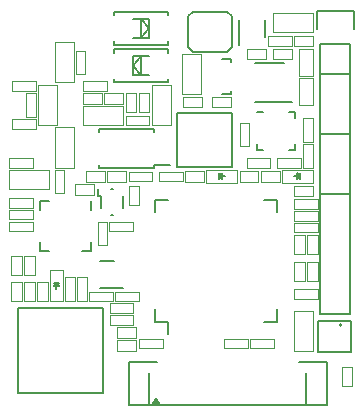
<source format=gto>
G04 #@! TF.FileFunction,Legend,Top*
%FSLAX46Y46*%
G04 Gerber Fmt 4.6, Leading zero omitted, Abs format (unit mm)*
G04 Created by KiCad (PCBNEW 4.0.2+dfsg1-stable) date Di 23 Mai 2017 03:16:38 CEST*
%MOMM*%
G01*
G04 APERTURE LIST*
%ADD10C,0.100000*%
%ADD11C,0.150000*%
%ADD12C,0.200000*%
G04 APERTURE END LIST*
D10*
D11*
X76327000Y-106680000D02*
X73850500Y-106680000D01*
X76327000Y-101600000D02*
X73850500Y-101600000D01*
X76327000Y-96520000D02*
X73850500Y-96520000D01*
D12*
X57600000Y-124500000D02*
X74400000Y-124500000D01*
X74400000Y-120900000D02*
X74400000Y-124500000D01*
X57600000Y-120900000D02*
X57600000Y-124500000D01*
X72000000Y-120900000D02*
X74400000Y-120900000D01*
X57600000Y-120900000D02*
X60000000Y-120900000D01*
X72650000Y-121800000D02*
X72650000Y-124500000D01*
X59950000Y-124000000D02*
X60150000Y-124500000D01*
X59950000Y-124000000D02*
X59750000Y-124500000D01*
X59950000Y-124000000D02*
X59950000Y-124500000D01*
X59950000Y-124000000D02*
X60300000Y-124500000D01*
X59600000Y-124500000D02*
X59950000Y-124000000D01*
X59350000Y-121800000D02*
X59350000Y-123200000D01*
X59350000Y-124500000D02*
X59350000Y-123200000D01*
X55300000Y-123500000D02*
X55400000Y-123500000D01*
X55400000Y-123500000D02*
X55400000Y-123400000D01*
X48200000Y-123400000D02*
X48200000Y-123500000D01*
X48200000Y-123500000D02*
X48300000Y-123500000D01*
X48200000Y-116400000D02*
X48200000Y-116300000D01*
X48200000Y-116300000D02*
X48300000Y-116300000D01*
X55400000Y-116400000D02*
X55400000Y-116300000D01*
X55400000Y-116300000D02*
X55300000Y-116300000D01*
X48300000Y-123500000D02*
X55300000Y-123500000D01*
X55400000Y-123400000D02*
X55400000Y-116400000D01*
X55300000Y-116300000D02*
X48300000Y-116300000D01*
X48200000Y-116400000D02*
X48200000Y-123400000D01*
D11*
X66250240Y-97999160D02*
X66250240Y-97950900D01*
X65549200Y-95200180D02*
X66250240Y-95200180D01*
X66250240Y-95200180D02*
X66250240Y-95449100D01*
X66250240Y-97999160D02*
X66250240Y-98199820D01*
X66250240Y-98199820D02*
X65549200Y-98199820D01*
D10*
X73600000Y-115500000D02*
X71600000Y-115500000D01*
X71600000Y-115500000D02*
X71600000Y-114700000D01*
X71600000Y-114700000D02*
X73600000Y-114700000D01*
X73600000Y-114700000D02*
X73600000Y-115500000D01*
X55350000Y-99000000D02*
X53750000Y-99000000D01*
X53750000Y-99000000D02*
X53750000Y-98100000D01*
X53750000Y-98100000D02*
X55350000Y-98100000D01*
X55350000Y-98100000D02*
X55350000Y-99000000D01*
D11*
X59350000Y-96600000D02*
X57950000Y-96600000D01*
X57950000Y-95000000D02*
X59350000Y-95000000D01*
X57950000Y-95800000D02*
X58650000Y-96600000D01*
X58650000Y-95000000D02*
X57950000Y-95800000D01*
X58650000Y-96600000D02*
X58650000Y-95000000D01*
X57950000Y-95000000D02*
X57950000Y-96600000D01*
X56350000Y-97200000D02*
X60950000Y-97200000D01*
X60950000Y-94400000D02*
X56350000Y-94400000D01*
X60950000Y-94700000D02*
X60950000Y-94400000D01*
X60950000Y-97200000D02*
X60950000Y-96900000D01*
X56350000Y-94400000D02*
X56350000Y-94700000D01*
X56350000Y-97200000D02*
X56350000Y-96900000D01*
D10*
X63850000Y-99300000D02*
X62250000Y-99300000D01*
X62250000Y-99300000D02*
X62250000Y-98400000D01*
X62250000Y-98400000D02*
X63850000Y-98400000D01*
X63850000Y-98400000D02*
X63850000Y-99300000D01*
D11*
X71725000Y-99675000D02*
X71725000Y-100175000D01*
X68475000Y-102925000D02*
X68475000Y-102425000D01*
X71725000Y-102925000D02*
X71725000Y-102425000D01*
X68475000Y-99675000D02*
X68975000Y-99675000D01*
X68475000Y-102925000D02*
X68975000Y-102925000D01*
X71725000Y-102925000D02*
X71225000Y-102925000D01*
X71725000Y-99675000D02*
X71225000Y-99675000D01*
D10*
X67800000Y-100600000D02*
X67800000Y-102600000D01*
X67800000Y-102600000D02*
X67000000Y-102600000D01*
X67000000Y-102600000D02*
X67000000Y-100600000D01*
X67000000Y-100600000D02*
X67800000Y-100600000D01*
D11*
X55000000Y-106800000D02*
X55000000Y-106200000D01*
X55300000Y-106800000D02*
X55000000Y-106800000D01*
X57100000Y-106800000D02*
X57100000Y-107800000D01*
X55300000Y-106800000D02*
X55300000Y-107800000D01*
X56300000Y-108400000D02*
X56100000Y-108400000D01*
X56100000Y-106200000D02*
X56300000Y-106200000D01*
D10*
X71600000Y-119950000D02*
X73200000Y-119950000D01*
X73200000Y-119950000D02*
X73200000Y-116550000D01*
X73200000Y-116550000D02*
X71600000Y-116550000D01*
X71600000Y-116550000D02*
X71600000Y-119950000D01*
X57350000Y-99700000D02*
X57350000Y-98100000D01*
X57350000Y-98100000D02*
X58250000Y-98100000D01*
X58250000Y-98100000D02*
X58250000Y-99700000D01*
X58250000Y-99700000D02*
X57350000Y-99700000D01*
D11*
X54400000Y-111500000D02*
X53625000Y-111500000D01*
X50100000Y-107200000D02*
X50875000Y-107200000D01*
X50100000Y-111500000D02*
X50875000Y-111500000D01*
X54400000Y-107200000D02*
X54400000Y-107975000D01*
X50100000Y-107200000D02*
X50100000Y-107975000D01*
X50100000Y-111500000D02*
X50100000Y-110725000D01*
X54400000Y-111500000D02*
X54400000Y-110725000D01*
D10*
X52250000Y-115700000D02*
X52250000Y-113700000D01*
X52250000Y-113700000D02*
X53050000Y-113700000D01*
X53050000Y-113700000D02*
X53050000Y-115700000D01*
X53050000Y-115700000D02*
X52250000Y-115700000D01*
X54700000Y-106700000D02*
X53100000Y-106700000D01*
X53100000Y-106700000D02*
X53100000Y-105800000D01*
X53100000Y-105800000D02*
X54700000Y-105800000D01*
X54700000Y-105800000D02*
X54700000Y-106700000D01*
X73200000Y-94350000D02*
X73200000Y-96650000D01*
X73200000Y-96650000D02*
X72000000Y-96650000D01*
X72000000Y-96650000D02*
X72000000Y-94350000D01*
X72000000Y-94350000D02*
X73200000Y-94350000D01*
X56450000Y-114900000D02*
X58450000Y-114900000D01*
X58450000Y-114900000D02*
X58450000Y-115700000D01*
X58450000Y-115700000D02*
X56450000Y-115700000D01*
X56450000Y-115700000D02*
X56450000Y-114900000D01*
D11*
X59725000Y-104425000D02*
X59725000Y-104225000D01*
X55075000Y-104425000D02*
X55075000Y-104225000D01*
X55075000Y-101175000D02*
X55075000Y-101375000D01*
X59725000Y-101175000D02*
X59725000Y-101375000D01*
X59725000Y-104425000D02*
X55075000Y-104425000D01*
X59725000Y-101175000D02*
X55075000Y-101175000D01*
X59725000Y-104225000D02*
X61075000Y-104225000D01*
D10*
X55950000Y-109000000D02*
X57950000Y-109000000D01*
X57950000Y-109000000D02*
X57950000Y-109800000D01*
X57950000Y-109800000D02*
X55950000Y-109800000D01*
X55950000Y-109800000D02*
X55950000Y-109000000D01*
D11*
X75620711Y-117725000D02*
G75*
G03X75620711Y-117725000I-70711J0D01*
G01*
D12*
X73650000Y-117500000D02*
X73650000Y-120000000D01*
X73650000Y-120000000D02*
X76450000Y-120000000D01*
X76450000Y-120000000D02*
X76450000Y-117500000D01*
X76450000Y-117500000D02*
X76450000Y-117400000D01*
X76450000Y-117400000D02*
X73650000Y-117400000D01*
X73650000Y-117400000D02*
X73650000Y-117500000D01*
D10*
X57600000Y-107600000D02*
X57600000Y-106000000D01*
X57600000Y-106000000D02*
X58500000Y-106000000D01*
X58500000Y-106000000D02*
X58500000Y-107600000D01*
X58500000Y-107600000D02*
X57600000Y-107600000D01*
X71600000Y-93250000D02*
X73200000Y-93250000D01*
X73200000Y-93250000D02*
X73200000Y-94150000D01*
X73200000Y-94150000D02*
X71600000Y-94150000D01*
X71600000Y-94150000D02*
X71600000Y-93250000D01*
X69400000Y-93300000D02*
X71400000Y-93300000D01*
X71400000Y-93300000D02*
X71400000Y-94100000D01*
X71400000Y-94100000D02*
X69400000Y-94100000D01*
X69400000Y-94100000D02*
X69400000Y-93300000D01*
X53750000Y-99200000D02*
X53750000Y-100800000D01*
X53750000Y-100800000D02*
X57150000Y-100800000D01*
X57150000Y-100800000D02*
X57150000Y-99200000D01*
X57150000Y-99200000D02*
X53750000Y-99200000D01*
D11*
X70725000Y-95550000D02*
X68275000Y-95550000D01*
X71450000Y-98850000D02*
X68275000Y-98850000D01*
D10*
X57350000Y-100000000D02*
X59350000Y-100000000D01*
X59350000Y-100000000D02*
X59350000Y-100800000D01*
X59350000Y-100800000D02*
X57350000Y-100800000D01*
X57350000Y-100800000D02*
X57350000Y-100000000D01*
X58450000Y-99700000D02*
X58450000Y-98100000D01*
X58450000Y-98100000D02*
X59350000Y-98100000D01*
X59350000Y-98100000D02*
X59350000Y-99700000D01*
X59350000Y-99700000D02*
X58450000Y-99700000D01*
X49500000Y-108800000D02*
X47500000Y-108800000D01*
X47500000Y-108800000D02*
X47500000Y-108000000D01*
X47500000Y-108000000D02*
X49500000Y-108000000D01*
X49500000Y-108000000D02*
X49500000Y-108800000D01*
X67700000Y-119700000D02*
X65700000Y-119700000D01*
X65700000Y-119700000D02*
X65700000Y-118900000D01*
X65700000Y-118900000D02*
X67700000Y-118900000D01*
X67700000Y-118900000D02*
X67700000Y-119700000D01*
X49650000Y-111900000D02*
X49650000Y-113500000D01*
X49650000Y-113500000D02*
X48750000Y-113500000D01*
X48750000Y-113500000D02*
X48750000Y-111900000D01*
X48750000Y-111900000D02*
X49650000Y-111900000D01*
X68600000Y-105600000D02*
X67000000Y-105600000D01*
X67000000Y-105600000D02*
X67000000Y-104700000D01*
X67000000Y-104700000D02*
X68600000Y-104700000D01*
X68600000Y-104700000D02*
X68600000Y-105600000D01*
X57600000Y-104750000D02*
X59600000Y-104750000D01*
X59600000Y-104750000D02*
X59600000Y-105550000D01*
X59600000Y-105550000D02*
X57600000Y-105550000D01*
X57600000Y-105550000D02*
X57600000Y-104750000D01*
X48550000Y-114100000D02*
X48550000Y-115700000D01*
X48550000Y-115700000D02*
X47650000Y-115700000D01*
X47650000Y-115700000D02*
X47650000Y-114100000D01*
X47650000Y-114100000D02*
X48550000Y-114100000D01*
X50750000Y-114100000D02*
X50750000Y-115700000D01*
X50750000Y-115700000D02*
X49850000Y-115700000D01*
X49850000Y-115700000D02*
X49850000Y-114100000D01*
X49850000Y-114100000D02*
X50750000Y-114100000D01*
X48550000Y-111900000D02*
X48550000Y-113500000D01*
X48550000Y-113500000D02*
X47650000Y-113500000D01*
X47650000Y-113500000D02*
X47650000Y-111900000D01*
X47650000Y-111900000D02*
X48550000Y-111900000D01*
D11*
X69150000Y-93325000D02*
X69150000Y-91875000D01*
X66950000Y-94050000D02*
X66950000Y-91875000D01*
D10*
X55750000Y-97900000D02*
X53750000Y-97900000D01*
X53750000Y-97900000D02*
X53750000Y-97100000D01*
X53750000Y-97100000D02*
X55750000Y-97100000D01*
X55750000Y-97100000D02*
X55750000Y-97900000D01*
X69800000Y-91300000D02*
X69800000Y-92900000D01*
X69800000Y-92900000D02*
X73200000Y-92900000D01*
X73200000Y-92900000D02*
X73200000Y-91300000D01*
X73200000Y-91300000D02*
X69800000Y-91300000D01*
X62150000Y-98200000D02*
X63750000Y-98200000D01*
X63750000Y-98200000D02*
X63750000Y-94800000D01*
X63750000Y-94800000D02*
X62150000Y-94800000D01*
X62150000Y-94800000D02*
X62150000Y-98200000D01*
X73200000Y-100200000D02*
X73200000Y-102200000D01*
X73200000Y-102200000D02*
X72400000Y-102200000D01*
X72400000Y-102200000D02*
X72400000Y-100200000D01*
X72400000Y-100200000D02*
X73200000Y-100200000D01*
X69600000Y-104400000D02*
X67600000Y-104400000D01*
X67600000Y-104400000D02*
X67600000Y-103600000D01*
X67600000Y-103600000D02*
X69600000Y-103600000D01*
X69600000Y-103600000D02*
X69600000Y-104400000D01*
X70200000Y-103600000D02*
X72200000Y-103600000D01*
X72200000Y-103600000D02*
X72200000Y-104400000D01*
X72200000Y-104400000D02*
X70200000Y-104400000D01*
X70200000Y-104400000D02*
X70200000Y-103600000D01*
X73200000Y-102400000D02*
X73200000Y-104400000D01*
X73200000Y-104400000D02*
X72400000Y-104400000D01*
X72400000Y-104400000D02*
X72400000Y-102400000D01*
X72400000Y-102400000D02*
X73200000Y-102400000D01*
X49500000Y-107800000D02*
X47500000Y-107800000D01*
X47500000Y-107800000D02*
X47500000Y-107000000D01*
X47500000Y-107000000D02*
X49500000Y-107000000D01*
X49500000Y-107000000D02*
X49500000Y-107800000D01*
X49500000Y-109800000D02*
X47500000Y-109800000D01*
X47500000Y-109800000D02*
X47500000Y-109000000D01*
X47500000Y-109000000D02*
X49500000Y-109000000D01*
X49500000Y-109000000D02*
X49500000Y-109800000D01*
X55800000Y-109000000D02*
X55800000Y-111000000D01*
X55800000Y-111000000D02*
X55000000Y-111000000D01*
X55000000Y-111000000D02*
X55000000Y-109000000D01*
X55000000Y-109000000D02*
X55800000Y-109000000D01*
X49500000Y-104400000D02*
X47500000Y-104400000D01*
X47500000Y-104400000D02*
X47500000Y-103600000D01*
X47500000Y-103600000D02*
X49500000Y-103600000D01*
X49500000Y-103600000D02*
X49500000Y-104400000D01*
X52150000Y-104600000D02*
X52150000Y-106600000D01*
X52150000Y-106600000D02*
X51350000Y-106600000D01*
X51350000Y-106600000D02*
X51350000Y-104600000D01*
X51350000Y-104600000D02*
X52150000Y-104600000D01*
X53250000Y-115700000D02*
X53250000Y-113700000D01*
X53250000Y-113700000D02*
X54050000Y-113700000D01*
X54050000Y-113700000D02*
X54050000Y-115700000D01*
X54050000Y-115700000D02*
X53250000Y-115700000D01*
X67900000Y-118900000D02*
X69900000Y-118900000D01*
X69900000Y-118900000D02*
X69900000Y-119700000D01*
X69900000Y-119700000D02*
X67900000Y-119700000D01*
X67900000Y-119700000D02*
X67900000Y-118900000D01*
X73600000Y-108900000D02*
X71600000Y-108900000D01*
X71600000Y-108900000D02*
X71600000Y-108100000D01*
X71600000Y-108100000D02*
X73600000Y-108100000D01*
X73600000Y-108100000D02*
X73600000Y-108900000D01*
X58500000Y-118900000D02*
X60500000Y-118900000D01*
X60500000Y-118900000D02*
X60500000Y-119700000D01*
X60500000Y-119700000D02*
X58500000Y-119700000D01*
X58500000Y-119700000D02*
X58500000Y-118900000D01*
X73600000Y-107900000D02*
X71600000Y-107900000D01*
X71600000Y-107900000D02*
X71600000Y-107100000D01*
X71600000Y-107100000D02*
X73600000Y-107100000D01*
X73600000Y-107100000D02*
X73600000Y-107900000D01*
X60200000Y-104750000D02*
X62200000Y-104750000D01*
X62200000Y-104750000D02*
X62200000Y-105550000D01*
X62200000Y-105550000D02*
X60200000Y-105550000D01*
X60200000Y-105550000D02*
X60200000Y-104750000D01*
X56000000Y-115900000D02*
X58000000Y-115900000D01*
X58000000Y-115900000D02*
X58000000Y-116700000D01*
X58000000Y-116700000D02*
X56000000Y-116700000D01*
X56000000Y-116700000D02*
X56000000Y-115900000D01*
X70600000Y-105700000D02*
X70600000Y-104600000D01*
X73200000Y-104600000D02*
X73200000Y-105700000D01*
X73200000Y-105700000D02*
X70600000Y-105700000D01*
X70600000Y-104600000D02*
X73200000Y-104600000D01*
D11*
X72100000Y-105150000D02*
X71650000Y-105150000D01*
X72150000Y-105400000D02*
X72150000Y-104900000D01*
X72150000Y-105150000D02*
X71900000Y-105400000D01*
X71900000Y-105400000D02*
X71900000Y-104900000D01*
X71900000Y-104900000D02*
X72150000Y-105150000D01*
D10*
X66800000Y-104600000D02*
X66800000Y-105700000D01*
X64200000Y-105700000D02*
X64200000Y-104600000D01*
X64200000Y-104600000D02*
X66800000Y-104600000D01*
X66800000Y-105700000D02*
X64200000Y-105700000D01*
D11*
X65300000Y-105150000D02*
X65750000Y-105150000D01*
X65250000Y-104900000D02*
X65250000Y-105400000D01*
X65250000Y-105150000D02*
X65500000Y-104900000D01*
X65500000Y-104900000D02*
X65500000Y-105400000D01*
X65500000Y-105400000D02*
X65250000Y-105150000D01*
D10*
X52050000Y-115700000D02*
X50950000Y-115700000D01*
X50950000Y-113100000D02*
X52050000Y-113100000D01*
X52050000Y-113100000D02*
X52050000Y-115700000D01*
X50950000Y-115700000D02*
X50950000Y-113100000D01*
D11*
X51500000Y-114200000D02*
X51500000Y-114650000D01*
X51750000Y-114150000D02*
X51250000Y-114150000D01*
X51500000Y-114150000D02*
X51750000Y-114400000D01*
X51750000Y-114400000D02*
X51250000Y-114400000D01*
X51250000Y-114400000D02*
X51500000Y-114150000D01*
D10*
X57150000Y-99000000D02*
X55550000Y-99000000D01*
X55550000Y-99000000D02*
X55550000Y-98100000D01*
X55550000Y-98100000D02*
X57150000Y-98100000D01*
X57150000Y-98100000D02*
X57150000Y-99000000D01*
X73600000Y-110100000D02*
X73600000Y-111700000D01*
X73600000Y-111700000D02*
X72700000Y-111700000D01*
X72700000Y-111700000D02*
X72700000Y-110100000D01*
X72700000Y-110100000D02*
X73600000Y-110100000D01*
X71600000Y-111700000D02*
X71600000Y-110100000D01*
X71600000Y-110100000D02*
X72500000Y-110100000D01*
X72500000Y-110100000D02*
X72500000Y-111700000D01*
X72500000Y-111700000D02*
X71600000Y-111700000D01*
X58250000Y-119900000D02*
X56650000Y-119900000D01*
X56650000Y-119900000D02*
X56650000Y-119000000D01*
X56650000Y-119000000D02*
X58250000Y-119000000D01*
X58250000Y-119000000D02*
X58250000Y-119900000D01*
X69200000Y-95250000D02*
X67600000Y-95250000D01*
X67600000Y-95250000D02*
X67600000Y-94350000D01*
X67600000Y-94350000D02*
X69200000Y-94350000D01*
X69200000Y-94350000D02*
X69200000Y-95250000D01*
X72000000Y-99100000D02*
X72000000Y-96800000D01*
X72000000Y-96800000D02*
X73200000Y-96800000D01*
X73200000Y-96800000D02*
X73200000Y-99100000D01*
X73200000Y-99100000D02*
X72000000Y-99100000D01*
X55800000Y-104700000D02*
X57400000Y-104700000D01*
X57400000Y-104700000D02*
X57400000Y-105600000D01*
X57400000Y-105600000D02*
X55800000Y-105600000D01*
X55800000Y-105600000D02*
X55800000Y-104700000D01*
X61200000Y-97400000D02*
X59600000Y-97400000D01*
X59600000Y-97400000D02*
X59600000Y-100800000D01*
X59600000Y-100800000D02*
X61200000Y-100800000D01*
X61200000Y-100800000D02*
X61200000Y-97400000D01*
X66250000Y-99300000D02*
X64650000Y-99300000D01*
X64650000Y-99300000D02*
X64650000Y-98400000D01*
X64650000Y-98400000D02*
X66250000Y-98400000D01*
X66250000Y-98400000D02*
X66250000Y-99300000D01*
X55600000Y-105600000D02*
X54000000Y-105600000D01*
X54000000Y-105600000D02*
X54000000Y-104700000D01*
X54000000Y-104700000D02*
X55600000Y-104700000D01*
X55600000Y-104700000D02*
X55600000Y-105600000D01*
D12*
X66330000Y-94210000D02*
X65940000Y-94600000D01*
X66330000Y-91590000D02*
X65940000Y-91200000D01*
X66330000Y-94210000D02*
X66330000Y-91590000D01*
X63060000Y-91200000D02*
X62670000Y-91590000D01*
X62670000Y-91590000D02*
X62670000Y-94210000D01*
X63060000Y-94600000D02*
X62670000Y-94210000D01*
X65940000Y-94600000D02*
X63060000Y-94600000D01*
X64500000Y-91200000D02*
X65940000Y-91200000D01*
X64500000Y-91200000D02*
X63060000Y-91200000D01*
D10*
X73600000Y-112400000D02*
X73600000Y-114000000D01*
X73600000Y-114000000D02*
X72700000Y-114000000D01*
X72700000Y-114000000D02*
X72700000Y-112400000D01*
X72700000Y-112400000D02*
X73600000Y-112400000D01*
X71600000Y-114000000D02*
X71600000Y-112400000D01*
X71600000Y-112400000D02*
X72500000Y-112400000D01*
X72500000Y-112400000D02*
X72500000Y-114000000D01*
X72500000Y-114000000D02*
X71600000Y-114000000D01*
X56650000Y-117900000D02*
X58250000Y-117900000D01*
X58250000Y-117900000D02*
X58250000Y-118800000D01*
X58250000Y-118800000D02*
X56650000Y-118800000D01*
X56650000Y-118800000D02*
X56650000Y-117900000D01*
X68800000Y-104700000D02*
X70400000Y-104700000D01*
X70400000Y-104700000D02*
X70400000Y-105600000D01*
X70400000Y-105600000D02*
X68800000Y-105600000D01*
X68800000Y-105600000D02*
X68800000Y-104700000D01*
X64000000Y-105600000D02*
X62400000Y-105600000D01*
X62400000Y-105600000D02*
X62400000Y-104700000D01*
X62400000Y-104700000D02*
X64000000Y-104700000D01*
X64000000Y-104700000D02*
X64000000Y-105600000D01*
X71400000Y-95250000D02*
X69800000Y-95250000D01*
X69800000Y-95250000D02*
X69800000Y-94350000D01*
X69800000Y-94350000D02*
X71400000Y-94350000D01*
X71400000Y-94350000D02*
X71400000Y-95250000D01*
X49650000Y-114100000D02*
X49650000Y-115700000D01*
X49650000Y-115700000D02*
X48750000Y-115700000D01*
X48750000Y-115700000D02*
X48750000Y-114100000D01*
X48750000Y-114100000D02*
X49650000Y-114100000D01*
X76550000Y-121300000D02*
X76550000Y-122900000D01*
X76550000Y-122900000D02*
X75650000Y-122900000D01*
X75650000Y-122900000D02*
X75650000Y-121300000D01*
X75650000Y-121300000D02*
X76550000Y-121300000D01*
X48950000Y-100100000D02*
X48950000Y-98100000D01*
X48950000Y-98100000D02*
X49750000Y-98100000D01*
X49750000Y-98100000D02*
X49750000Y-100100000D01*
X49750000Y-100100000D02*
X48950000Y-100100000D01*
X49750000Y-97900000D02*
X47750000Y-97900000D01*
X47750000Y-97900000D02*
X47750000Y-97100000D01*
X47750000Y-97100000D02*
X49750000Y-97100000D01*
X49750000Y-97100000D02*
X49750000Y-97900000D01*
X53150000Y-96500000D02*
X53150000Y-94500000D01*
X53150000Y-94500000D02*
X53950000Y-94500000D01*
X53950000Y-94500000D02*
X53950000Y-96500000D01*
X53950000Y-96500000D02*
X53150000Y-96500000D01*
X47500000Y-104600000D02*
X47500000Y-106200000D01*
X47500000Y-106200000D02*
X50900000Y-106200000D01*
X50900000Y-106200000D02*
X50900000Y-104600000D01*
X50900000Y-104600000D02*
X47500000Y-104600000D01*
X51350000Y-104400000D02*
X52950000Y-104400000D01*
X52950000Y-104400000D02*
X52950000Y-101000000D01*
X52950000Y-101000000D02*
X51350000Y-101000000D01*
X51350000Y-101000000D02*
X51350000Y-104400000D01*
X49950000Y-100800000D02*
X51550000Y-100800000D01*
X51550000Y-100800000D02*
X51550000Y-97400000D01*
X51550000Y-97400000D02*
X49950000Y-97400000D01*
X49950000Y-97400000D02*
X49950000Y-100800000D01*
X51350000Y-97200000D02*
X52950000Y-97200000D01*
X52950000Y-97200000D02*
X52950000Y-93800000D01*
X52950000Y-93800000D02*
X51350000Y-93800000D01*
X51350000Y-93800000D02*
X51350000Y-97200000D01*
X49750000Y-101100000D02*
X47750000Y-101100000D01*
X47750000Y-101100000D02*
X47750000Y-100300000D01*
X47750000Y-100300000D02*
X49750000Y-100300000D01*
X49750000Y-100300000D02*
X49750000Y-101100000D01*
D11*
X56375000Y-112320000D02*
X55225000Y-112320000D01*
X57150000Y-114570000D02*
X55225000Y-114570000D01*
X66336470Y-104354206D02*
X66336470Y-99754206D01*
X61736470Y-104354206D02*
X66336470Y-104354206D01*
X61736470Y-99754206D02*
X61736470Y-104354206D01*
X66336470Y-99754206D02*
X61736470Y-99754206D01*
D10*
X73600000Y-109900000D02*
X71600000Y-109900000D01*
X71600000Y-109900000D02*
X71600000Y-109100000D01*
X71600000Y-109100000D02*
X73600000Y-109100000D01*
X73600000Y-109100000D02*
X73600000Y-109900000D01*
X56000000Y-116900000D02*
X58000000Y-116900000D01*
X58000000Y-116900000D02*
X58000000Y-117700000D01*
X58000000Y-117700000D02*
X56000000Y-117700000D01*
X56000000Y-117700000D02*
X56000000Y-116900000D01*
X54250000Y-114900000D02*
X56250000Y-114900000D01*
X56250000Y-114900000D02*
X56250000Y-115700000D01*
X56250000Y-115700000D02*
X54250000Y-115700000D01*
X54250000Y-115700000D02*
X54250000Y-114900000D01*
D11*
X57950000Y-91800000D02*
X59350000Y-91800000D01*
X59350000Y-93400000D02*
X57950000Y-93400000D01*
X59350000Y-92600000D02*
X58650000Y-91800000D01*
X58650000Y-93400000D02*
X59350000Y-92600000D01*
X58650000Y-91800000D02*
X58650000Y-93400000D01*
X59350000Y-93400000D02*
X59350000Y-91800000D01*
X60950000Y-91200000D02*
X56350000Y-91200000D01*
X56350000Y-94000000D02*
X60950000Y-94000000D01*
X56350000Y-93700000D02*
X56350000Y-94000000D01*
X56350000Y-91200000D02*
X56350000Y-91500000D01*
X60950000Y-94000000D02*
X60950000Y-93700000D01*
X60950000Y-91200000D02*
X60950000Y-91500000D01*
D10*
X71600000Y-105950000D02*
X73200000Y-105950000D01*
X73200000Y-105950000D02*
X73200000Y-106850000D01*
X73200000Y-106850000D02*
X71600000Y-106850000D01*
X71600000Y-106850000D02*
X71600000Y-105950000D01*
D11*
X59825000Y-117475000D02*
X60900000Y-117475000D01*
X59825000Y-107125000D02*
X60900000Y-107125000D01*
X70175000Y-107125000D02*
X69100000Y-107125000D01*
X70175000Y-117475000D02*
X69100000Y-117475000D01*
X59825000Y-117475000D02*
X59825000Y-116400000D01*
X70175000Y-117475000D02*
X70175000Y-116400000D01*
X70175000Y-107125000D02*
X70175000Y-108200000D01*
X59825000Y-107125000D02*
X59825000Y-108200000D01*
X60900000Y-117475000D02*
X60900000Y-118500000D01*
X76370000Y-93970000D02*
X76370000Y-116830000D01*
X76370000Y-116830000D02*
X73830000Y-116830000D01*
X73830000Y-116830000D02*
X73830000Y-93970000D01*
X76650000Y-91150000D02*
X76650000Y-92700000D01*
X76370000Y-93970000D02*
X73830000Y-93970000D01*
X73550000Y-92700000D02*
X73550000Y-91150000D01*
X73550000Y-91150000D02*
X76650000Y-91150000D01*
M02*

</source>
